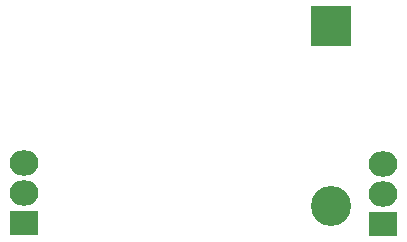
<source format=gbr>
G04 #@! TF.FileFunction,Soldermask,Bot*
%FSLAX46Y46*%
G04 Gerber Fmt 4.6, Leading zero omitted, Abs format (unit mm)*
G04 Created by KiCad (PCBNEW 4.0.2-stable) date 9/21/2016 2:39:29 AM*
%MOMM*%
G01*
G04 APERTURE LIST*
%ADD10C,0.100000*%
%ADD11C,3.400000*%
%ADD12R,3.400000X3.400000*%
%ADD13R,2.432000X2.127200*%
%ADD14O,2.432000X2.127200*%
G04 APERTURE END LIST*
D10*
D11*
X140750000Y-116840000D03*
D12*
X140750000Y-101600000D03*
D13*
X114800000Y-118300000D03*
D14*
X114800000Y-115760000D03*
X114800000Y-113220000D03*
D13*
X145200000Y-118360000D03*
D14*
X145200000Y-115820000D03*
X145200000Y-113280000D03*
M02*

</source>
